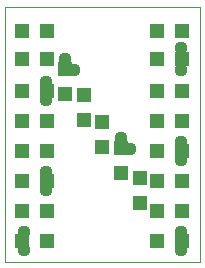
<source format=gts>
G75*
%MOIN*%
%OFA0B0*%
%FSLAX24Y24*%
%IPPOS*%
%LPD*%
%AMOC8*
5,1,8,0,0,1.08239X$1,22.5*
%
%ADD10C,0.0000*%
%ADD11R,0.0512X0.0512*%
%ADD12C,0.0437*%
D10*
X002392Y002517D02*
X002392Y011017D01*
X008892Y011017D01*
X008892Y002517D01*
X002392Y002517D01*
D11*
X002978Y003204D03*
X003805Y003204D03*
X003805Y004204D03*
X002978Y004204D03*
X002978Y005204D03*
X003805Y005204D03*
X003805Y006204D03*
X002978Y006204D03*
X002978Y007204D03*
X003805Y007204D03*
X004392Y008103D03*
X005017Y008055D03*
X005017Y007228D03*
X005642Y007180D03*
X005642Y006353D03*
X006267Y006305D03*
X006267Y005478D03*
X006892Y005305D03*
X007478Y005204D03*
X006892Y004478D03*
X007478Y004204D03*
X008305Y004204D03*
X008305Y005204D03*
X008305Y006204D03*
X007478Y006204D03*
X007478Y007204D03*
X008305Y007204D03*
X008305Y008204D03*
X007478Y008204D03*
X007478Y009267D03*
X008305Y009267D03*
X008305Y010204D03*
X007478Y010204D03*
X004392Y008930D03*
X003805Y009267D03*
X002978Y009267D03*
X002978Y010204D03*
X003805Y010204D03*
X003805Y008204D03*
X002978Y008204D03*
X007478Y003204D03*
X008305Y003204D03*
D12*
X008267Y002892D03*
X008267Y003517D03*
X008267Y005892D03*
X008267Y006517D03*
X006579Y006267D03*
X006267Y006642D03*
X004704Y008892D03*
X004392Y009267D03*
X003767Y008517D03*
X003767Y007892D03*
X003767Y005517D03*
X003767Y004892D03*
X003017Y003517D03*
X003017Y002892D03*
X008267Y008892D03*
X008267Y009642D03*
M02*

</source>
